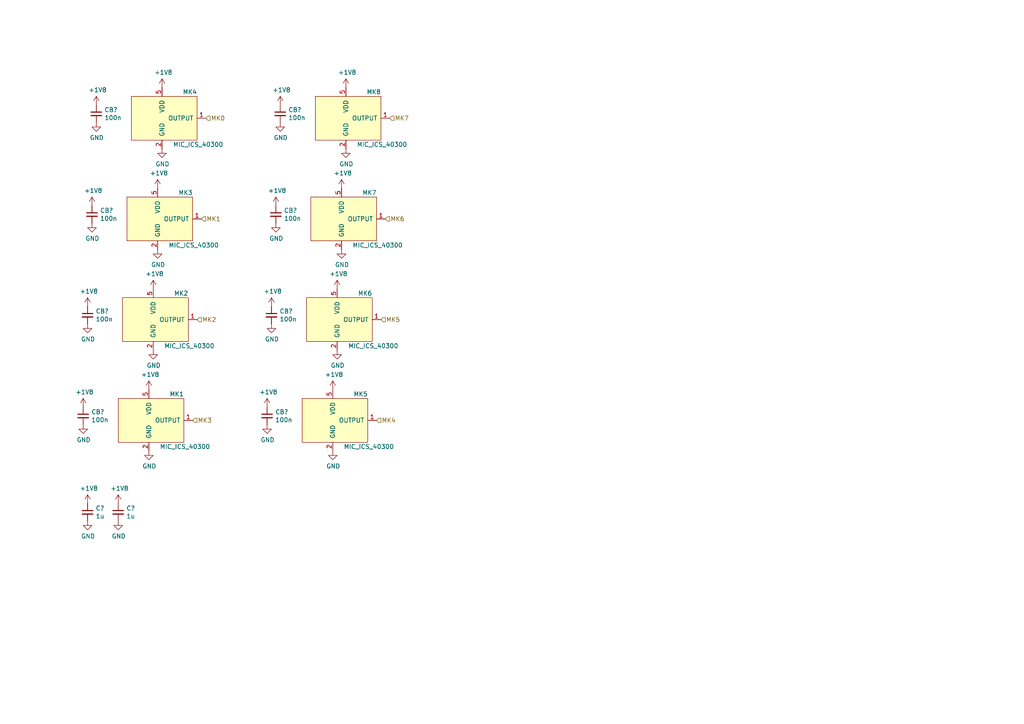
<source format=kicad_sch>
(kicad_sch (version 20230121) (generator eeschema)
  (paper "A4")
  (lib_symbols
    (symbol "Device:C_Small" (pin_numbers hide) (pin_names (offset 0.254) hide)
      (property "Reference" "C" (at 0.254 1.778 0))
      (property "Value" "C_Small" (at 0.254 -2.032 0))
      (symbol "C_Small_0_1"
        (polyline (pts (xy -1.524 -0.508) (xy 1.524 -0.508)) (stroke (width 0.3302)))
        (polyline (pts (xy -1.524 0.508) (xy 1.524 0.508)) (stroke (width 0.3048)))
      )
      (symbol "C_Small_1_1"
        (pin passive line (at 0 2.54 270) (length 2.032) (name "~") (number "1"))
        (pin passive line (at 0 -2.54 90) (length 2.032) (name "~") (number "2"))
      )
    )
    (symbol "grootvoet:MIC_ICS_40300" (pin_names (offset 1.016))
      (property "Reference" "MK" (at -11.43 8.89 0))
      (property "Value" "MIC_ICS_40300" (at 8.89 8.89 0))
      (symbol "MIC_ICS_40300_0_1"
        (rectangle (start 10.16 6.35) (end -8.89 -6.35) (fill (type background)))
      )
      (symbol "MIC_ICS_40300_1_1"
        (pin output line (at 12.7 0 180) (length 2.54) (name "OUTPUT") (number "1"))
        (pin input line (at 0 -8.89 90) (length 2.54) (name "GND") (number "2"))
        (pin input line (at 0 -8.89 90) (length 2.54) hide (name "GND") (number "3"))
        (pin input line (at 0 -8.89 90) (length 2.54) hide (name "GND") (number "4"))
        (pin power_in line (at 0 8.89 270) (length 2.54) (name "VDD") (number "5"))
        (pin input line (at 0 -8.89 90) (length 2.54) hide (name "GND") (number "6"))
      )
    )
    (symbol "power:+1V8" (power) (pin_names (offset 0))
      (property "Value" "+1V8" (at 0 3.556 0))
      (symbol "+1V8_0_1"
        (polyline (pts (xy -0.762 1.27) (xy 0 2.54)))
        (polyline (pts (xy 0 0) (xy 0 2.54)))
        (polyline (pts (xy 0 2.54) (xy 0.762 1.27)))
      )
      (symbol "+1V8_1_1"
        (pin power_in line (at 0 0 90) (length 0) hide (name "+1V8") (number "1"))
      )
    )
    (symbol "power:GND" (power) (pin_names (offset 0))
      (property "Value" "GND" (at 0 -3.81 0))
      (symbol "GND_0_1"
        (polyline (pts (xy 0 0) (xy 0 -1.27) (xy 1.27 -1.27) (xy 0 -2.54) (xy -1.27 -1.27) (xy 0 -1.27)))
      )
      (symbol "GND_1_1"
        (pin power_in line (at 0 0 270) (length 0) hide (name "GND") (number "1"))
      )
    )
  )
  (hierarchical_label "MK6" (shape input) (at 111.76 63.5 0))
  (hierarchical_label "MK4" (shape input) (at 109.22 121.92 0))
  (hierarchical_label "MK2" (shape input) (at 57.15 92.71 0))
  (hierarchical_label "MK0" (shape input) (at 59.69 34.29 0))
  (hierarchical_label "MK5" (shape input) (at 110.49 92.71 0))
  (hierarchical_label "MK1" (shape input) (at 58.42 63.5 0))
  (hierarchical_label "MK3" (shape input) (at 55.88 121.92 0))
  (hierarchical_label "MK7" (shape input) (at 113.03 34.29 0))
  (symbol (lib_id "Device:C_Small") (at 25.4 148.59 0) (unit 1)
    (property "Reference" "C?" (at 27.7368 147.4216 0) (effects (justify left)))
    (property "Value" "1u" (at 27.7368 149.733 0) (effects (justify left)))
    (property "Footprint" "Capacitor_SMD:C_0603_1608Metric_Pad1.08x0.95mm_HandSolder" (effects hide))
    (property "MPN" "C0603C105K8RACTU" (effects hide))
    (property "Mfr." "KEMET" (effects hide))
    (instances (project "Sensor_Board" (path "" (reference "C?") (unit 1)) (path "" (reference "C14") (unit 1))))
  )
  (symbol (lib_id "power:GND") (at 25.4 151.13 0) (unit 1)
    (property "Reference" "#PWR066" (effects hide))
    (property "Value" "GND" (at 25.527 155.5242 0))
    (instances (project "Sensor_Board" (path "" (reference "#PWR066") (unit 1)) (path "" (reference "#PWR?") (unit 1))))
  )
  (symbol (lib_id "Device:C_Small") (at 34.29 148.59 0) (unit 1)
    (property "Reference" "C?" (at 36.6268 147.4216 0) (effects (justify left)))
    (property "Value" "1u" (at 36.6268 149.733 0) (effects (justify left)))
    (property "Footprint" "Capacitor_SMD:C_0603_1608Metric_Pad1.08x0.95mm_HandSolder" (effects hide))
    (property "MPN" "C0603C105K8RACTU" (effects hide))
    (property "Mfr." "KEMET" (effects hide))
    (instances (project "Sensor_Board" (path "" (reference "C?") (unit 1)) (path "" (reference "C15") (unit 1))))
  )
  (symbol (lib_id "power:GND") (at 34.29 151.13 0) (unit 1)
    (property "Reference" "#PWR068" (effects hide))
    (property "Value" "GND" (at 34.417 155.5242 0))
    (instances (project "Sensor_Board" (path "" (reference "#PWR068") (unit 1)) (path "" (reference "#PWR?") (unit 1))))
  )
  (symbol (lib_id "power:+1V8") (at 25.4 146.05 0) (unit 1)
    (property "Reference" "#PWR065" (effects hide))
    (property "Value" "+1V8" (at 25.781 141.6558 0))
  )
  (symbol (lib_id "power:+1V8") (at 34.29 146.05 0) (unit 1)
    (property "Reference" "#PWR067" (effects hide))
    (property "Value" "+1V8" (at 34.671 141.6558 0))
  )
  (symbol (lib_id "grootvoet:MIC_ICS_40300") (at 46.99 34.29 0) (unit 1)
    (property "Reference" "MK4" (at 57.15 26.67 0) (effects (justify right)))
    (property "Value" "MIC_ICS_40300" (at 64.77 41.91 0) (effects (justify right)))
    (property "Footprint" "grootvoet:MEMS_Mic_ICS-40300" (effects hide))
    (property "Datasheet" "https://www.mouser.co.za/ProductDetail/TDK-InvenSense/ICS-40300?qs=%2Fha2pyFadujzJsvx64xsUNdAo4Ph4hwqMvEiGbKRLds%3D" (effects hide))
    (property "MPN" "ICS-40300" (effects hide))
    (property "Mfr." "TDK InvenSense" (effects hide))
  )
  (symbol (lib_id "power:+1V8") (at 46.99 25.4 0) (unit 1)
    (property "Reference" "#PWR045" (effects hide))
    (property "Value" "+1V8" (at 47.371 21.0058 0))
  )
  (symbol (lib_id "Device:C_Small") (at 27.94 33.02 0) (unit 1)
    (property "Reference" "CB?" (at 30.2768 31.8516 0) (effects (justify left)))
    (property "Value" "100n" (at 30.2768 34.163 0) (effects (justify left)))
    (property "Footprint" "Capacitor_SMD:C_0603_1608Metric_Pad1.08x0.95mm_HandSolder" (effects hide))
    (property "MPN" "C0603C104M5RACTU" (effects hide))
    (property "Mfr." "KEMET" (effects hide))
    (instances (project "Sensor_Board" (path "" (reference "CB?") (unit 1)) (path "" (reference "CB9") (unit 1))))
  )
  (symbol (lib_id "power:GND") (at 27.94 35.56 0) (unit 1)
    (property "Reference" "#PWR038" (effects hide))
    (property "Value" "GND" (at 28.067 39.9542 0))
    (instances (project "Sensor_Board" (path "" (reference "#PWR038") (unit 1)) (path "" (reference "#PWR?") (unit 1))))
  )
  (symbol (lib_id "power:+1V8") (at 27.94 30.48 0) (unit 1)
    (property "Reference" "#PWR037" (effects hide))
    (property "Value" "+1V8" (at 28.321 26.0858 0))
  )
  (symbol (lib_id "power:GND") (at 46.99 43.18 0) (unit 1)
    (property "Reference" "#PWR046" (effects hide))
    (property "Value" "GND" (at 47.117 47.5742 0))
  )
  (symbol (lib_id "power:+1V8") (at 45.72 54.61 0) (unit 1)
    (property "Reference" "#PWR043" (effects hide))
    (property "Value" "+1V8" (at 46.101 50.2158 0))
  )
  (symbol (lib_id "Device:C_Small") (at 26.67 62.23 0) (unit 1)
    (property "Reference" "CB?" (at 29.0068 61.0616 0) (effects (justify left)))
    (property "Value" "100n" (at 29.0068 63.373 0) (effects (justify left)))
    (property "Footprint" "Capacitor_SMD:C_0603_1608Metric_Pad1.08x0.95mm_HandSolder" (effects hide))
    (property "MPN" "C0603C104M5RACTU" (effects hide))
    (property "Mfr." "KEMET" (effects hide))
    (instances (project "Sensor_Board" (path "" (reference "CB?") (unit 1)) (path "" (reference "CB8") (unit 1))))
  )
  (symbol (lib_id "power:GND") (at 26.67 64.77 0) (unit 1)
    (property "Reference" "#PWR036" (effects hide))
    (property "Value" "GND" (at 26.797 69.1642 0))
    (instances (project "Sensor_Board" (path "" (reference "#PWR036") (unit 1)) (path "" (reference "#PWR?") (unit 1))))
  )
  (symbol (lib_id "power:+1V8") (at 26.67 59.69 0) (unit 1)
    (property "Reference" "#PWR035" (effects hide))
    (property "Value" "+1V8" (at 27.051 55.2958 0))
  )
  (symbol (lib_id "grootvoet:MIC_ICS_40300") (at 45.72 63.5 0) (unit 1)
    (property "Reference" "MK3" (at 55.88 55.88 0) (effects (justify right)))
    (property "Value" "MIC_ICS_40300" (at 63.5 71.12 0) (effects (justify right)))
    (property "Footprint" "grootvoet:MEMS_Mic_ICS-40300" (effects hide))
    (property "Datasheet" "https://www.mouser.co.za/ProductDetail/TDK-InvenSense/ICS-40300?qs=%2Fha2pyFadujzJsvx64xsUNdAo4Ph4hwqMvEiGbKRLds%3D" (effects hide))
    (property "MPN" "ICS-40300" (effects hide))
    (property "Mfr." "TDK InvenSense" (effects hide))
  )
  (symbol (lib_id "power:GND") (at 45.72 72.39 0) (unit 1)
    (property "Reference" "#PWR044" (effects hide))
    (property "Value" "GND" (at 45.847 76.7842 0))
  )
  (symbol (lib_id "power:+1V8") (at 44.45 83.82 0) (unit 1)
    (property "Reference" "#PWR041" (effects hide))
    (property "Value" "+1V8" (at 44.831 79.4258 0))
  )
  (symbol (lib_id "Device:C_Small") (at 25.4 91.44 0) (unit 1)
    (property "Reference" "CB?" (at 27.7368 90.2716 0) (effects (justify left)))
    (property "Value" "100n" (at 27.7368 92.583 0) (effects (justify left)))
    (property "Footprint" "Capacitor_SMD:C_0603_1608Metric_Pad1.08x0.95mm_HandSolder" (effects hide))
    (property "MPN" "C0603C104M5RACTU" (effects hide))
    (property "Mfr." "KEMET" (effects hide))
    (instances (project "Sensor_Board" (path "" (reference "CB?") (unit 1)) (path "" (reference "CB7") (unit 1))))
  )
  (symbol (lib_id "power:GND") (at 25.4 93.98 0) (unit 1)
    (property "Reference" "#PWR034" (effects hide))
    (property "Value" "GND" (at 25.527 98.3742 0))
    (instances (project "Sensor_Board" (path "" (reference "#PWR034") (unit 1)) (path "" (reference "#PWR?") (unit 1))))
  )
  (symbol (lib_id "power:+1V8") (at 25.4 88.9 0) (unit 1)
    (property "Reference" "#PWR033" (effects hide))
    (property "Value" "+1V8" (at 25.781 84.5058 0))
  )
  (symbol (lib_id "grootvoet:MIC_ICS_40300") (at 44.45 92.71 0) (unit 1)
    (property "Reference" "MK2" (at 54.61 85.09 0) (effects (justify right)))
    (property "Value" "MIC_ICS_40300" (at 62.23 100.33 0) (effects (justify right)))
    (property "Footprint" "grootvoet:MEMS_Mic_ICS-40300" (effects hide))
    (property "Datasheet" "https://www.mouser.co.za/ProductDetail/TDK-InvenSense/ICS-40300?qs=%2Fha2pyFadujzJsvx64xsUNdAo4Ph4hwqMvEiGbKRLds%3D" (effects hide))
    (property "MPN" "ICS-40300" (effects hide))
    (property "Mfr." "TDK InvenSense" (effects hide))
  )
  (symbol (lib_id "power:GND") (at 44.45 101.6 0) (unit 1)
    (property "Reference" "#PWR042" (effects hide))
    (property "Value" "GND" (at 44.577 105.9942 0))
  )
  (symbol (lib_id "power:+1V8") (at 43.18 113.03 0) (unit 1)
    (property "Reference" "#PWR039" (effects hide))
    (property "Value" "+1V8" (at 43.561 108.6358 0))
  )
  (symbol (lib_id "Device:C_Small") (at 24.13 120.65 0) (unit 1)
    (property "Reference" "CB?" (at 26.4668 119.4816 0) (effects (justify left)))
    (property "Value" "100n" (at 26.4668 121.793 0) (effects (justify left)))
    (property "Footprint" "Capacitor_SMD:C_0603_1608Metric_Pad1.08x0.95mm_HandSolder" (effects hide))
    (property "MPN" "C0603C104M5RACTU" (effects hide))
    (property "Mfr." "KEMET" (effects hide))
    (instances (project "Sensor_Board" (path "" (reference "CB?") (unit 1)) (path "" (reference "CB6") (unit 1))))
  )
  (symbol (lib_id "power:GND") (at 24.13 123.19 0) (unit 1)
    (property "Reference" "#PWR032" (effects hide))
    (property "Value" "GND" (at 24.257 127.5842 0))
    (instances (project "Sensor_Board" (path "" (reference "#PWR032") (unit 1)) (path "" (reference "#PWR?") (unit 1))))
  )
  (symbol (lib_id "power:+1V8") (at 24.13 118.11 0) (unit 1)
    (property "Reference" "#PWR031" (effects hide))
    (property "Value" "+1V8" (at 24.511 113.7158 0))
  )
  (symbol (lib_id "grootvoet:MIC_ICS_40300") (at 43.18 121.92 0) (unit 1)
    (property "Reference" "MK1" (at 53.34 114.3 0) (effects (justify right)))
    (property "Value" "MIC_ICS_40300" (at 60.96 129.54 0) (effects (justify right)))
    (property "Footprint" "grootvoet:MEMS_Mic_ICS-40300" (effects hide))
    (property "Datasheet" "https://www.mouser.co.za/ProductDetail/TDK-InvenSense/ICS-40300?qs=%2Fha2pyFadujzJsvx64xsUNdAo4Ph4hwqMvEiGbKRLds%3D" (effects hide))
    (property "MPN" "ICS-40300" (effects hide))
    (property "Mfr." "TDK InvenSense" (effects hide))
  )
  (symbol (lib_id "power:GND") (at 43.18 130.81 0) (unit 1)
    (property "Reference" "#PWR040" (effects hide))
    (property "Value" "GND" (at 43.307 135.2042 0))
  )
  (symbol (lib_id "power:+1V8") (at 100.33 25.4 0) (unit 1)
    (property "Reference" "#PWR061" (effects hide))
    (property "Value" "+1V8" (at 100.711 21.0058 0))
  )
  (symbol (lib_id "Device:C_Small") (at 81.28 33.02 0) (unit 1)
    (property "Reference" "CB?" (at 83.6168 31.8516 0) (effects (justify left)))
    (property "Value" "100n" (at 83.6168 34.163 0) (effects (justify left)))
    (property "Footprint" "Capacitor_SMD:C_0603_1608Metric_Pad1.08x0.95mm_HandSolder" (effects hide))
    (property "MPN" "C0603C104M5RACTU" (effects hide))
    (property "Mfr." "KEMET" (effects hide))
    (instances (project "Sensor_Board" (path "" (reference "CB?") (unit 1)) (path "" (reference "CB13") (unit 1))))
  )
  (symbol (lib_id "power:GND") (at 81.28 35.56 0) (unit 1)
    (property "Reference" "#PWR054" (effects hide))
    (property "Value" "GND" (at 81.407 39.9542 0))
    (instances (project "Sensor_Board" (path "" (reference "#PWR054") (unit 1)) (path "" (reference "#PWR?") (unit 1))))
  )
  (symbol (lib_id "power:+1V8") (at 81.28 30.48 0) (unit 1)
    (property "Reference" "#PWR053" (effects hide))
    (property "Value" "+1V8" (at 81.661 26.0858 0))
  )
  (symbol (lib_id "grootvoet:MIC_ICS_40300") (at 100.33 34.29 0) (unit 1)
    (property "Reference" "MK8" (at 110.49 26.67 0) (effects (justify right)))
    (property "Value" "MIC_ICS_40300" (at 118.11 41.91 0) (effects (justify right)))
    (property "Footprint" "grootvoet:MEMS_Mic_ICS-40300" (effects hide))
    (property "Datasheet" "https://www.mouser.co.za/ProductDetail/TDK-InvenSense/ICS-40300?qs=%2Fha2pyFadujzJsvx64xsUNdAo4Ph4hwqMvEiGbKRLds%3D" (effects hide))
    (property "MPN" "ICS-40300" (effects hide))
    (property "Mfr." "TDK InvenSense" (effects hide))
  )
  (symbol (lib_id "power:GND") (at 100.33 43.18 0) (unit 1)
    (property "Reference" "#PWR062" (effects hide))
    (property "Value" "GND" (at 100.457 47.5742 0))
  )
  (symbol (lib_id "power:+1V8") (at 99.06 54.61 0) (unit 1)
    (property "Reference" "#PWR059" (effects hide))
    (property "Value" "+1V8" (at 99.441 50.2158 0))
  )
  (symbol (lib_id "Device:C_Small") (at 80.01 62.23 0) (unit 1)
    (property "Reference" "CB?" (at 82.3468 61.0616 0) (effects (justify left)))
    (property "Value" "100n" (at 82.3468 63.373 0) (effects (justify left)))
    (property "Footprint" "Capacitor_SMD:C_0603_1608Metric_Pad1.08x0.95mm_HandSolder" (effects hide))
    (property "MPN" "C0603C104M5RACTU" (effects hide))
    (property "Mfr." "KEMET" (effects hide))
    (instances (project "Sensor_Board" (path "" (reference "CB?") (unit 1)) (path "" (reference "CB12") (unit 1))))
  )
  (symbol (lib_id "power:GND") (at 80.01 64.77 0) (unit 1)
    (property "Reference" "#PWR052" (effects hide))
    (property "Value" "GND" (at 80.137 69.1642 0))
    (instances (project "Sensor_Board" (path "" (reference "#PWR052") (unit 1)) (path "" (reference "#PWR?") (unit 1))))
  )
  (symbol (lib_id "power:+1V8") (at 80.01 59.69 0) (unit 1)
    (property "Reference" "#PWR051" (effects hide))
    (property "Value" "+1V8" (at 80.391 55.2958 0))
  )
  (symbol (lib_id "grootvoet:MIC_ICS_40300") (at 99.06 63.5 0) (unit 1)
    (property "Reference" "MK7" (at 109.22 55.88 0) (effects (justify right)))
    (property "Value" "MIC_ICS_40300" (at 116.84 71.12 0) (effects (justify right)))
    (property "Footprint" "grootvoet:MEMS_Mic_ICS-40300" (effects hide))
    (property "Datasheet" "https://www.mouser.co.za/ProductDetail/TDK-InvenSense/ICS-40300?qs=%2Fha2pyFadujzJsvx64xsUNdAo4Ph4hwqMvEiGbKRLds%3D" (effects hide))
    (property "MPN" "ICS-40300" (effects hide))
    (property "Mfr." "TDK InvenSense" (effects hide))
  )
  (symbol (lib_id "power:GND") (at 99.06 72.39 0) (unit 1)
    (property "Reference" "#PWR060" (effects hide))
    (property "Value" "GND" (at 99.187 76.7842 0))
  )
  (symbol (lib_id "power:+1V8") (at 97.79 83.82 0) (unit 1)
    (property "Reference" "#PWR057" (effects hide))
    (property "Value" "+1V8" (at 98.171 79.4258 0))
  )
  (symbol (lib_id "Device:C_Small") (at 78.74 91.44 0) (unit 1)
    (property "Reference" "CB?" (at 81.0768 90.2716 0) (effects (justify left)))
    (property "Value" "100n" (at 81.0768 92.583 0) (effects (justify left)))
    (property "Footprint" "Capacitor_SMD:C_0603_1608Metric_Pad1.08x0.95mm_HandSolder" (effects hide))
    (property "MPN" "C0603C104M5RACTU" (effects hide))
    (property "Mfr." "KEMET" (effects hide))
    (instances (project "Sensor_Board" (path "" (reference "CB?") (unit 1)) (path "" (reference "CB11") (unit 1))))
  )
  (symbol (lib_id "power:GND") (at 78.74 93.98 0) (unit 1)
    (property "Reference" "#PWR050" (effects hide))
    (property "Value" "GND" (at 78.867 98.3742 0))
    (instances (project "Sensor_Board" (path "" (reference "#PWR050") (unit 1)) (path "" (reference "#PWR?") (unit 1))))
  )
  (symbol (lib_id "power:+1V8") (at 78.74 88.9 0) (unit 1)
    (property "Reference" "#PWR049" (effects hide))
    (property "Value" "+1V8" (at 79.121 84.5058 0))
  )
  (symbol (lib_id "grootvoet:MIC_ICS_40300") (at 97.79 92.71 0) (unit 1)
    (property "Reference" "MK6" (at 107.95 85.09 0) (effects (justify right)))
    (property "Value" "MIC_ICS_40300" (at 115.57 100.33 0) (effects (justify right)))
    (property "Footprint" "grootvoet:MEMS_Mic_ICS-40300" (effects hide))
    (property "Datasheet" "https://www.mouser.co.za/ProductDetail/TDK-InvenSense/ICS-40300?qs=%2Fha2pyFadujzJsvx64xsUNdAo4Ph4hwqMvEiGbKRLds%3D" (effects hide))
    (property "MPN" "ICS-40300" (effects hide))
    (property "Mfr." "TDK InvenSense" (effects hide))
  )
  (symbol (lib_id "power:GND") (at 97.79 101.6 0) (unit 1)
    (property "Reference" "#PWR058" (effects hide))
    (property "Value" "GND" (at 97.917 105.9942 0))
  )
  (symbol (lib_id "power:+1V8") (at 96.52 113.03 0) (unit 1)
    (property "Reference" "#PWR055" (effects hide))
    (property "Value" "+1V8" (at 96.901 108.6358 0))
  )
  (symbol (lib_id "Device:C_Small") (at 77.47 120.65 0) (unit 1)
    (property "Reference" "CB?" (at 79.8068 119.4816 0) (effects (justify left)))
    (property "Value" "100n" (at 79.8068 121.793 0) (effects (justify left)))
    (property "Footprint" "Capacitor_SMD:C_0603_1608Metric_Pad1.08x0.95mm_HandSolder" (effects hide))
    (property "MPN" "C0603C104M5RACTU" (effects hide))
    (property "Mfr." "KEMET" (effects hide))
    (instances (project "Sensor_Board" (path "" (reference "CB?") (unit 1)) (path "" (reference "CB10") (unit 1))))
  )
  (symbol (lib_id "power:GND") (at 77.47 123.19 0) (unit 1)
    (property "Reference" "#PWR048" (effects hide))
    (property "Value" "GND" (at 77.597 127.5842 0))
    (instances (project "Sensor_Board" (path "" (reference "#PWR048") (unit 1)) (path "" (reference "#PWR?") (unit 1))))
  )
  (symbol (lib_id "power:+1V8") (at 77.47 118.11 0) (unit 1)
    (property "Reference" "#PWR047" (effects hide))
    (property "Value" "+1V8" (at 77.851 113.7158 0))
  )
  (symbol (lib_id "grootvoet:MIC_ICS_40300") (at 96.52 121.92 0) (unit 1)
    (property "Reference" "MK5" (at 106.68 114.3 0) (effects (justify right)))
    (property "Value" "MIC_ICS_40300" (at 114.3 129.54 0) (effects (justify right)))
    (property "Footprint" "grootvoet:MEMS_Mic_ICS-40300" (effects hide))
    (property "Datasheet" "https://www.mouser.co.za/ProductDetail/TDK-InvenSense/ICS-40300?qs=%2Fha2pyFadujzJsvx64xsUNdAo4Ph4hwqMvEiGbKRLds%3D" (effects hide))
    (property "MPN" "ICS-40300" (effects hide))
    (property "Mfr." "TDK InvenSense" (effects hide))
  )
  (symbol (lib_id "power:GND") (at 96.52 130.81 0) (unit 1)
    (property "Reference" "#PWR056" (effects hide))
    (property "Value" "GND" (at 96.647 135.2042 0))
  )
)
</source>
